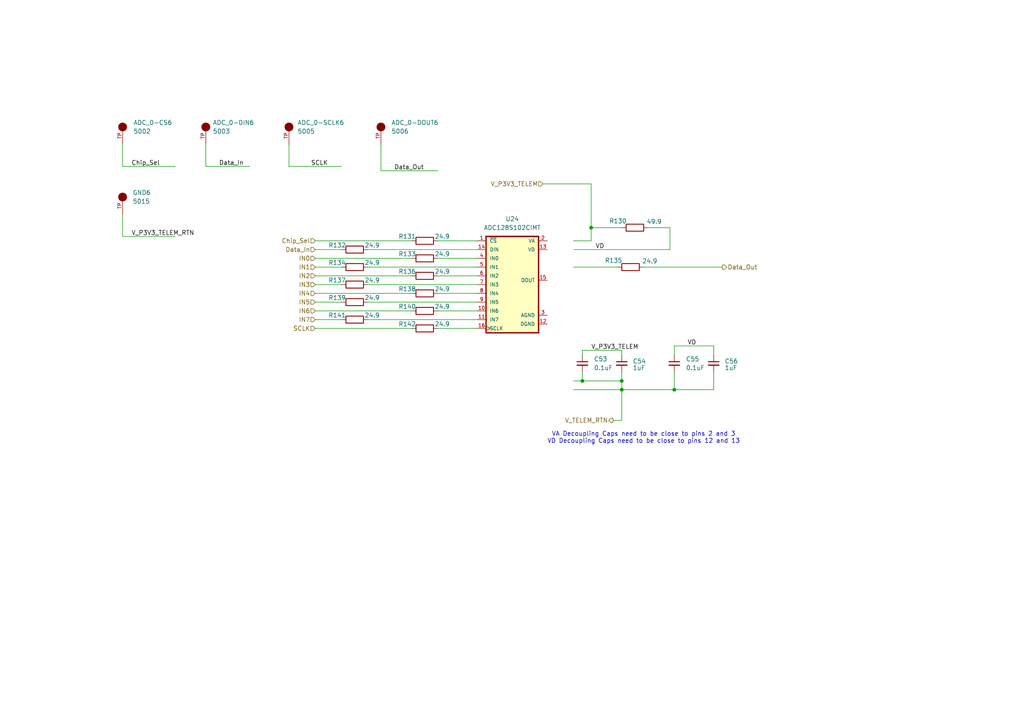
<source format=kicad_sch>
(kicad_sch (version 20250114) (generator "eeschema") (generator_version "9.0")
  (paper "A4")
  (lib_symbols
    (symbol "C_1" (pin_numbers (hide yes)) (pin_names (offset 0) (hide yes))
      (property "Reference" "C" (at 2.54 5.08 0))
      (symbol "C_1_0_1"
        (polyline (pts (xy 2.032 1.016) (xy 2.032 4.064)) (stroke (width 0.3048)))
        (polyline (pts (xy 3.048 1.016) (xy 3.048 4.064)) (stroke (width 0.3302)))
      )
      (symbol "C_1_1_1"
        (pin passive line (at 0 2.54 0) (length 2.032) (name "~") (number "1"))
        (pin passive line (at 5.08 2.54 180) (length 2.032) (name "~") (number "2"))
      )
    )
    (symbol "C_2" (pin_numbers (hide yes)) (pin_names (offset 0) (hide yes))
      (property "Reference" "C" (at 2.54 5.08 0))
      (symbol "C_2_0_1"
        (polyline (pts (xy 2.032 1.016) (xy 2.032 4.064)) (stroke (width 0.3048)))
        (polyline (pts (xy 3.048 1.016) (xy 3.048 4.064)) (stroke (width 0.3302)))
      )
      (symbol "C_2_1_1"
        (pin passive line (at 0 2.54 0) (length 2.032) (name "~") (number "1"))
        (pin passive line (at 5.08 2.54 180) (length 2.032) (name "~") (number "2"))
      )
    )
    (symbol "C_3" (pin_numbers (hide yes)) (pin_names (offset 0) (hide yes))
      (property "Reference" "C" (at 2.54 5.08 0))
      (symbol "C_3_0_1"
        (polyline (pts (xy 2.032 1.016) (xy 2.032 4.064)) (stroke (width 0.3048)))
        (polyline (pts (xy 3.048 1.016) (xy 3.048 4.064)) (stroke (width 0.3302)))
      )
      (symbol "C_3_1_1"
        (pin passive line (at 0 2.54 0) (length 2.032) (name "~") (number "1"))
        (pin passive line (at 5.08 2.54 180) (length 2.032) (name "~") (number "2"))
      )
    )
    (symbol "Keystone:5002" (pin_names (offset 1.016))
      (property "Reference" "TP" (at -2.5444 2.5415 0))
      (property "Value" "5002" (at -2.55 -5.0866 0))
      (symbol "5002_0_0"
        (circle (center 0 0) (radius 0.635) (stroke (width 1.27)))
        (pin passive line (at -5.08 0 0) (length 5.08) (name "~") (number "TP"))
      )
    )
    (symbol "Keystone:5003" (pin_names (offset 1.016))
      (property "Reference" "TP" (at -2.5444 2.5415 0))
      (property "Value" "5003" (at -2.55 -5.0866 0))
      (symbol "5003_0_0"
        (circle (center 0 0) (radius 0.635) (stroke (width 1.27)))
        (pin passive line (at -5.08 0 0) (length 5.08) (name "~") (number "TP"))
      )
    )
    (symbol "Keystone:5005" (pin_names (offset 1.016))
      (property "Reference" "TP" (at -2.5444 2.5415 0))
      (property "Value" "5005" (at -2.55 -5.0866 0))
      (symbol "5005_0_0"
        (circle (center 0 0) (radius 0.635) (stroke (width 1.27)))
        (pin passive line (at -5.08 0 0) (length 5.08) (name "~") (number "TP"))
      )
    )
    (symbol "Keystone:5006" (pin_names (offset 1.016))
      (property "Reference" "TP" (at -2.5444 2.5415 0))
      (property "Value" "5006" (at -2.55 -5.0866 0))
      (symbol "5006_0_0"
        (circle (center 0 0) (radius 0.635) (stroke (width 1.27)))
        (pin passive line (at -5.08 0 0) (length 5.08) (name "~") (number "TP"))
      )
    )
    (symbol "Keystone:5015" (pin_names (offset 1.016))
      (property "Reference" "TP" (at -2.5444 2.5415 0))
      (property "Value" "5015" (at -2.55 -5.0866 0))
      (symbol "5015_0_0"
        (circle (center 0 0) (radius 0.635) (stroke (width 1.27)))
        (pin passive line (at -5.08 0 0) (length 5.08) (name "~") (number "TP"))
      )
    )
    (symbol "Passive_Parts:C" (pin_numbers (hide yes)) (pin_names (offset 0) (hide yes))
      (property "Reference" "C" (at 2.54 5.08 0))
      (symbol "C_0_1"
        (polyline (pts (xy 2.032 1.016) (xy 2.032 4.064)) (stroke (width 0.3048)))
        (polyline (pts (xy 3.048 1.016) (xy 3.048 4.064)) (stroke (width 0.3302)))
      )
      (symbol "C_1_1"
        (pin passive line (at 0 2.54 0) (length 2.032) (name "~") (number "1"))
        (pin passive line (at 5.08 2.54 180) (length 2.032) (name "~") (number "2"))
      )
    )
    (symbol "Passive_Parts:R" (pin_numbers (hide yes)) (pin_names (offset 0) (hide yes))
      (property "Reference" "R" (at 2.54 5.08 0))
      (symbol "R_0_1"
        (rectangle (start 5.08 1.524) (end 0 3.556) (stroke (width 0.254)))
      )
      (symbol "R_1_1"
        (pin passive line (at -1.27 2.54 0) (length 1.27) (name "~") (number "1"))
        (pin passive line (at 6.35 2.54 180) (length 1.27) (name "~") (number "2"))
      )
    )
    (symbol "R_1" (pin_numbers (hide yes)) (pin_names (offset 0) (hide yes))
      (property "Reference" "R" (at 2.54 5.08 0))
      (symbol "R_1_0_1"
        (rectangle (start 5.08 1.524) (end 0 3.556) (stroke (width 0.254)))
      )
      (symbol "R_1_1_1"
        (pin passive line (at -1.27 2.54 0) (length 1.27) (name "~") (number "1"))
        (pin passive line (at 6.35 2.54 180) (length 1.27) (name "~") (number "2"))
      )
    )
    (symbol "R_10" (pin_numbers (hide yes)) (pin_names (offset 0) (hide yes))
      (property "Reference" "R" (at 2.54 5.08 0))
      (symbol "R_10_0_1"
        (rectangle (start 5.08 1.524) (end 0 3.556) (stroke (width 0.254)))
      )
      (symbol "R_10_1_1"
        (pin passive line (at -1.27 2.54 0) (length 1.27) (name "~") (number "1"))
        (pin passive line (at 6.35 2.54 180) (length 1.27) (name "~") (number "2"))
      )
    )
    (symbol "R_11" (pin_numbers (hide yes)) (pin_names (offset 0) (hide yes))
      (property "Reference" "R" (at 2.54 5.08 0))
      (symbol "R_11_0_1"
        (rectangle (start 5.08 1.524) (end 0 3.556) (stroke (width 0.254)))
      )
      (symbol "R_11_1_1"
        (pin passive line (at -1.27 2.54 0) (length 1.27) (name "~") (number "1"))
        (pin passive line (at 6.35 2.54 180) (length 1.27) (name "~") (number "2"))
      )
    )
    (symbol "R_12" (pin_numbers (hide yes)) (pin_names (offset 0) (hide yes))
      (property "Reference" "R" (at 2.54 5.08 0))
      (symbol "R_12_0_1"
        (rectangle (start 5.08 1.524) (end 0 3.556) (stroke (width 0.254)))
      )
      (symbol "R_12_1_1"
        (pin passive line (at -1.27 2.54 0) (length 1.27) (name "~") (number "1"))
        (pin passive line (at 6.35 2.54 180) (length 1.27) (name "~") (number "2"))
      )
    )
    (symbol "R_2" (pin_numbers (hide yes)) (pin_names (offset 0) (hide yes))
      (property "Reference" "R" (at 2.54 5.08 0))
      (symbol "R_2_0_1"
        (rectangle (start 5.08 1.524) (end 0 3.556) (stroke (width 0.254)))
      )
      (symbol "R_2_1_1"
        (pin passive line (at -1.27 2.54 0) (length 1.27) (name "~") (number "1"))
        (pin passive line (at 6.35 2.54 180) (length 1.27) (name "~") (number "2"))
      )
    )
    (symbol "R_3" (pin_numbers (hide yes)) (pin_names (offset 0) (hide yes))
      (property "Reference" "R" (at 2.54 5.08 0))
      (symbol "R_3_0_1"
        (rectangle (start 5.08 1.524) (end 0 3.556) (stroke (width 0.254)))
      )
      (symbol "R_3_1_1"
        (pin passive line (at -1.27 2.54 0) (length 1.27) (name "~") (number "1"))
        (pin passive line (at 6.35 2.54 180) (length 1.27) (name "~") (number "2"))
      )
    )
    (symbol "R_4" (pin_numbers (hide yes)) (pin_names (offset 0) (hide yes))
      (property "Reference" "R" (at 2.54 5.08 0))
      (symbol "R_4_0_1"
        (rectangle (start 5.08 1.524) (end 0 3.556) (stroke (width 0.254)))
      )
      (symbol "R_4_1_1"
        (pin passive line (at -1.27 2.54 0) (length 1.27) (name "~") (number "1"))
        (pin passive line (at 6.35 2.54 180) (length 1.27) (name "~") (number "2"))
      )
    )
    (symbol "R_5" (pin_numbers (hide yes)) (pin_names (offset 0) (hide yes))
      (property "Reference" "R" (at 2.54 5.08 0))
      (symbol "R_5_0_1"
        (rectangle (start 5.08 1.524) (end 0 3.556) (stroke (width 0.254)))
      )
      (symbol "R_5_1_1"
        (pin passive line (at -1.27 2.54 0) (length 1.27) (name "~") (number "1"))
        (pin passive line (at 6.35 2.54 180) (length 1.27) (name "~") (number "2"))
      )
    )
    (symbol "R_6" (pin_numbers (hide yes)) (pin_names (offset 0) (hide yes))
      (property "Reference" "R" (at 2.54 5.08 0))
      (symbol "R_6_0_1"
        (rectangle (start 5.08 1.524) (end 0 3.556) (stroke (width 0.254)))
      )
      (symbol "R_6_1_1"
        (pin passive line (at -1.27 2.54 0) (length 1.27) (name "~") (number "1"))
        (pin passive line (at 6.35 2.54 180) (length 1.27) (name "~") (number "2"))
      )
    )
    (symbol "R_7" (pin_numbers (hide yes)) (pin_names (offset 0) (hide yes))
      (property "Reference" "R" (at 2.54 5.08 0))
      (symbol "R_7_0_1"
        (rectangle (start 5.08 1.524) (end 0 3.556) (stroke (width 0.254)))
      )
      (symbol "R_7_1_1"
        (pin passive line (at -1.27 2.54 0) (length 1.27) (name "~") (number "1"))
        (pin passive line (at 6.35 2.54 180) (length 1.27) (name "~") (number "2"))
      )
    )
    (symbol "R_8" (pin_numbers (hide yes)) (pin_names (offset 0) (hide yes))
      (property "Reference" "R" (at 2.54 5.08 0))
      (symbol "R_8_0_1"
        (rectangle (start 5.08 1.524) (end 0 3.556) (stroke (width 0.254)))
      )
      (symbol "R_8_1_1"
        (pin passive line (at -1.27 2.54 0) (length 1.27) (name "~") (number "1"))
        (pin passive line (at 6.35 2.54 180) (length 1.27) (name "~") (number "2"))
      )
    )
    (symbol "R_9" (pin_numbers (hide yes)) (pin_names (offset 0) (hide yes))
      (property "Reference" "R" (at 2.54 5.08 0))
      (symbol "R_9_0_1"
        (rectangle (start 5.08 1.524) (end 0 3.556) (stroke (width 0.254)))
      )
      (symbol "R_9_1_1"
        (pin passive line (at -1.27 2.54 0) (length 1.27) (name "~") (number "1"))
        (pin passive line (at 6.35 2.54 180) (length 1.27) (name "~") (number "2"))
      )
    )
    (symbol "Texas_Instruments:ADC128S102CIMT" (pin_names (offset 1.016))
      (property "Reference" "U" (at 0 26.67 0))
      (property "Value" "ADC128S102CIMT" (at 0 -6.35 0))
      (symbol "ADC128S102CIMT_0_0"
        (rectangle (start -7.62 24.13) (end 7.62 -3.81) (stroke (width 0.41)) (fill (type background)))
        (pin input line (at -10.16 22.86 0) (length 2.54) (name "~{CS}") (number "1"))
        (pin input line (at -10.16 20.32 0) (length 2.54) (name "DIN") (number "14"))
        (pin input line (at -10.16 17.78 0) (length 2.54) (name "IN0") (number "4"))
        (pin input line (at -10.16 15.24 0) (length 2.54) (name "IN1") (number "5"))
        (pin input line (at -10.16 12.7 0) (length 2.54) (name "IN2") (number "6"))
        (pin input line (at -10.16 10.16 0) (length 2.54) (name "IN3") (number "7"))
        (pin input line (at -10.16 7.62 0) (length 2.54) (name "IN4") (number "8"))
        (pin input line (at -10.16 5.08 0) (length 2.54) (name "IN5") (number "9"))
        (pin input line (at -10.16 2.54 0) (length 2.54) (name "IN6") (number "10"))
        (pin input line (at -10.16 0 0) (length 2.54) (name "IN7") (number "11"))
        (pin input clock (at -10.16 -2.54 0) (length 2.54) (name "SCLK") (number "16"))
        (pin power_in line (at 10.16 22.86 180) (length 2.54) (name "VA") (number "2"))
        (pin power_in line (at 10.16 20.32 180) (length 2.54) (name "VD") (number "13"))
        (pin output line (at 10.16 11.43 180) (length 2.54) (name "DOUT") (number "15"))
        (pin power_in line (at 10.16 1.27 180) (length 2.54) (name "AGND") (number "3"))
        (pin power_in line (at 10.16 -1.27 180) (length 2.54) (name "DGND") (number "12"))
      )
    )
  )
  (text "VA Decoupling Caps need to be close to pins 2 and 3\nVD Decoupling Caps need to be close to pins 12 and 13" (at 186.69 127 0) (effects (font (size 1.27 1.27))))
  (junction (at 180.34 110.49))
  (junction (at 180.34 113.03))
  (junction (at 171.45 66.04))
  (junction (at 195.58 113.03))
  (junction (at 168.91 110.49))
  (wire (pts (xy 186.69 77.47) (xy 209.55 77.47)))
  (wire (pts (xy 106.68 72.39) (xy 138.43 72.39)))
  (wire (pts (xy 119.38 90.17) (xy 91.44 90.17)))
  (wire (pts (xy 138.43 85.09) (xy 127 85.09)))
  (wire (pts (xy 194.31 66.04) (xy 194.31 72.39)))
  (wire (pts (xy 171.45 66.04) (xy 180.34 66.04)))
  (wire (pts (xy 99.06 87.63) (xy 91.44 87.63)))
  (wire (pts (xy 168.91 107.95) (xy 168.91 110.49)))
  (wire (pts (xy 138.43 95.25) (xy 127 95.25)))
  (wire (pts (xy 110.49 41.91) (xy 110.49 49.53)))
  (wire (pts (xy 99.06 77.47) (xy 91.44 77.47)))
  (wire (pts (xy 127 69.85) (xy 138.43 69.85)))
  (wire (pts (xy 119.38 85.09) (xy 91.44 85.09)))
  (wire (pts (xy 119.38 74.93) (xy 91.44 74.93)))
  (wire (pts (xy 106.68 92.71) (xy 138.43 92.71)))
  (wire (pts (xy 99.06 82.55) (xy 91.44 82.55)))
  (wire (pts (xy 195.58 113.03) (xy 207.01 113.03)))
  (wire (pts (xy 166.37 77.47) (xy 179.07 77.47)))
  (wire (pts (xy 35.56 68.58) (xy 50.8 68.58)))
  (wire (pts (xy 207.01 107.95) (xy 207.01 113.03)))
  (wire (pts (xy 59.69 41.91) (xy 59.69 48.26)))
  (wire (pts (xy 171.45 69.85) (xy 171.45 66.04)))
  (wire (pts (xy 119.38 80.01) (xy 91.44 80.01)))
  (wire (pts (xy 194.31 72.39) (xy 166.37 72.39)))
  (wire (pts (xy 91.44 69.85) (xy 119.38 69.85)))
  (wire (pts (xy 180.34 101.6) (xy 180.34 102.87)))
  (wire (pts (xy 157.48 53.34) (xy 171.45 53.34)))
  (wire (pts (xy 180.34 110.49) (xy 180.34 113.03)))
  (wire (pts (xy 138.43 80.01) (xy 127 80.01)))
  (wire (pts (xy 195.58 100.33) (xy 207.01 100.33)))
  (wire (pts (xy 207.01 100.33) (xy 207.01 102.87)))
  (wire (pts (xy 119.38 95.25) (xy 91.44 95.25)))
  (wire (pts (xy 195.58 100.33) (xy 195.58 102.87)))
  (wire (pts (xy 110.49 49.53) (xy 127 49.53)))
  (wire (pts (xy 166.37 110.49) (xy 168.91 110.49)))
  (wire (pts (xy 106.68 82.55) (xy 138.43 82.55)))
  (wire (pts (xy 35.56 48.26) (xy 50.8 48.26)))
  (wire (pts (xy 35.56 41.91) (xy 35.56 48.26)))
  (wire (pts (xy 138.43 74.93) (xy 127 74.93)))
  (wire (pts (xy 83.82 41.91) (xy 83.82 48.26)))
  (wire (pts (xy 171.45 53.34) (xy 171.45 66.04)))
  (wire (pts (xy 180.34 113.03) (xy 195.58 113.03)))
  (wire (pts (xy 180.34 121.92) (xy 177.8 121.92)))
  (wire (pts (xy 99.06 92.71) (xy 91.44 92.71)))
  (wire (pts (xy 83.82 48.26) (xy 99.06 48.26)))
  (wire (pts (xy 106.68 77.47) (xy 138.43 77.47)))
  (wire (pts (xy 195.58 107.95) (xy 195.58 113.03)))
  (wire (pts (xy 187.96 66.04) (xy 194.31 66.04)))
  (wire (pts (xy 180.34 113.03) (xy 180.34 121.92)))
  (wire (pts (xy 168.91 110.49) (xy 180.34 110.49)))
  (wire (pts (xy 166.37 69.85) (xy 171.45 69.85)))
  (wire (pts (xy 168.91 101.6) (xy 180.34 101.6)))
  (wire (pts (xy 166.37 113.03) (xy 180.34 113.03)))
  (wire (pts (xy 168.91 102.87) (xy 168.91 101.6)))
  (wire (pts (xy 180.34 107.95) (xy 180.34 110.49)))
  (wire (pts (xy 59.69 48.26) (xy 72.39 48.26)))
  (wire (pts (xy 35.56 62.23) (xy 35.56 68.58)))
  (wire (pts (xy 99.06 72.39) (xy 91.44 72.39)))
  (wire (pts (xy 106.68 87.63) (xy 138.43 87.63)))
  (wire (pts (xy 138.43 90.17) (xy 127 90.17)))
  (label "V_P3V3_TELEM_RTN" (at 38.1 68.58 0))
  (label "VD" (at 172.72 72.39 0))
  (label "Data_In" (at 63.5 48.26 0))
  (label "Chip_Sel" (at 38.1 48.26 0))
  (label "SCLK" (at 90.17 48.26 0))
  (label "V_P3V3_TELEM" (at 171.45 101.6 0))
  (label "VD" (at 199.39 100.33 0))
  (label "Data_Out" (at 114.3 49.53 0))
  (hierarchical_label "IN2" (shape input) (at 91.44 80.01 180))
  (hierarchical_label "Data_Out" (shape output) (at 209.55 77.47 0))
  (hierarchical_label "IN3" (shape input) (at 91.44 82.55 180))
  (hierarchical_label "Data_In" (shape input) (at 91.44 72.39 180))
  (hierarchical_label "IN5" (shape input) (at 91.44 87.63 180))
  (hierarchical_label "IN6" (shape input) (at 91.44 90.17 180))
  (hierarchical_label "Chip_Sel" (shape input) (at 91.44 69.85 180))
  (hierarchical_label "IN4" (shape input) (at 91.44 85.09 180))
  (hierarchical_label "IN1" (shape input) (at 91.44 77.47 180))
  (hierarchical_label "IN7" (shape input) (at 91.44 92.71 180))
  (hierarchical_label "IN0" (shape input) (at 91.44 74.93 180))
  (hierarchical_label "V_TELEM_RTN" (shape output) (at 177.8 121.92 180))
  (hierarchical_label "SCLK" (shape input) (at 91.44 95.25 180))
  (hierarchical_label "V_P3V3_TELEM" (shape input) (at 157.48 53.34 180))
  (symbol (lib_name "R_8") (lib_id "Passive_Parts:R") (at 100.33 90.17 0) (unit 1)
    (property "Reference" "R18" (at 97.79 86.36 0))
    (property "Value" "24.9" (at 107.95 86.36 0))
    (property "Footprint" "MSAG_Misc:R_0402" (effects (hide yes)))
    (property "Datasheet" "https://www.seielect.com/catalog/sei-rmcf_rmcp.pdf" (effects (hide yes)))
    (property "Description" "RES 24.9 OHM 1% 1/10W 0603" (effects (hide yes)))
    (property "Manufacturer" "Stackpole Electronics Inc" (effects (hide yes)))
    (property "Man. Part Num" "RMCF0603FT24R9" (effects (hide yes)))
    (property "Distributor" "Digi-Key" (effects (hide yes)))
    (property "Dist. Part Num" "RMCF0603FT24R9CT-ND" (effects (hide yes)))
    (property "Part Type" "SMD" (effects (hide yes)))
    (property "Package" "0603" (effects (hide yes)))
    (instances (project "5_COMMS_TELEM_BRD" (path "" (reference "R139") (unit 1)) (path "" (reference "R126") (unit 1)) (path "" (reference "R152") (unit 1)) (path "" (reference "R18") (unit 1)) (path "" (reference "R31") (unit 1)) (path "" (reference "R113") (unit 1)) (path "" (reference "R100") (unit 1)) (path "" (reference "R178") (unit 1)) (path "" (reference "R165") (unit 1))))
  )
  (symbol (lib_name "R_4") (lib_id "Passive_Parts:R") (at 100.33 80.01 0) (unit 1)
    (property "Reference" "R13" (at 97.79 76.2 0))
    (property "Value" "24.9" (at 107.95 76.2 0))
    (property "Footprint" "MSAG_Misc:R_0402" (effects (hide yes)))
    (property "Datasheet" "https://www.seielect.com/catalog/sei-rmcf_rmcp.pdf" (effects (hide yes)))
    (property "Description" "RES 24.9 OHM 1% 1/10W 0603" (effects (hide yes)))
    (property "Manufacturer" "Stackpole Electronics Inc" (effects (hide yes)))
    (property "Man. Part Num" "RMCF0603FT24R9" (effects (hide yes)))
    (property "Distributor" "Digi-Key" (effects (hide yes)))
    (property "Dist. Part Num" "RMCF0603FT24R9CT-ND" (effects (hide yes)))
    (property "Part Type" "SMD" (effects (hide yes)))
    (property "Package" "0603" (effects (hide yes)))
    (instances (project "5_COMMS_TELEM_BRD" (path "" (reference "R134") (unit 1)) (path "" (reference "R121") (unit 1)) (path "" (reference "R147") (unit 1)) (path "" (reference "R13") (unit 1)) (path "" (reference "R26") (unit 1)) (path "" (reference "R108") (unit 1)) (path "" (reference "R95") (unit 1)) (path "" (reference "R173") (unit 1)) (path "" (reference "R160") (unit 1))))
  )
  (symbol (lib_name "R_2") (lib_id "Passive_Parts:R") (at 100.33 74.93 0) (unit 1)
    (property "Reference" "R11" (at 97.79 71.12 0))
    (property "Value" "24.9" (at 107.95 71.12 0))
    (property "Footprint" "MSAG_Misc:R_0402" (effects (hide yes)))
    (property "Datasheet" "https://www.seielect.com/catalog/sei-rmcf_rmcp.pdf" (effects (hide yes)))
    (property "Description" "RES 24.9 OHM 1% 1/10W 0603" (effects (hide yes)))
    (property "Manufacturer" "Stackpole Electronics Inc" (effects (hide yes)))
    (property "Man. Part Num" "RMCF0603FT24R9" (effects (hide yes)))
    (property "Distributor" "Digi-Key" (effects (hide yes)))
    (property "Dist. Part Num" "RMCF0603FT24R9CT-ND" (effects (hide yes)))
    (property "Part Type" "SMD" (effects (hide yes)))
    (property "Package" "0603" (effects (hide yes)))
    (instances (project "5_COMMS_TELEM_BRD" (path "" (reference "R132") (unit 1)) (path "" (reference "R119") (unit 1)) (path "" (reference "R145") (unit 1)) (path "" (reference "R11") (unit 1)) (path "" (reference "R24") (unit 1)) (path "" (reference "R106") (unit 1)) (path "" (reference "R93") (unit 1)) (path "" (reference "R171") (unit 1)) (path "" (reference "R158") (unit 1))))
  )
  (symbol (lib_name "R_3") (lib_id "Passive_Parts:R") (at 120.65 77.47 0) (unit 1)
    (property "Reference" "R12" (at 118.11 73.66 0))
    (property "Value" "24.9" (at 128.27 73.66 0))
    (property "Footprint" "MSAG_Misc:R_0402" (effects (hide yes)))
    (property "Datasheet" "https://www.seielect.com/catalog/sei-rmcf_rmcp.pdf" (effects (hide yes)))
    (property "Description" "RES 24.9 OHM 1% 1/10W 0603" (effects (hide yes)))
    (property "Manufacturer" "Stackpole Electronics Inc" (effects (hide yes)))
    (property "Man. Part Num" "RMCF0603FT24R9" (effects (hide yes)))
    (property "Distributor" "Digi-Key" (effects (hide yes)))
    (property "Dist. Part Num" "RMCF0603FT24R9CT-ND" (effects (hide yes)))
    (property "Part Type" "SMD" (effects (hide yes)))
    (property "Package" "0603" (effects (hide yes)))
    (instances (project "5_COMMS_TELEM_BRD" (path "" (reference "R133") (unit 1)) (path "" (reference "R120") (unit 1)) (path "" (reference "R146") (unit 1)) (path "" (reference "R12") (unit 1)) (path "" (reference "R25") (unit 1)) (path "" (reference "R107") (unit 1)) (path "" (reference "R94") (unit 1)) (path "" (reference "R172") (unit 1)) (path "" (reference "R159") (unit 1))))
  )
  (symbol (lib_name "C_3") (lib_id "Passive_Parts:C") (at 193.04 102.87 270) (unit 1)
    (property "Reference" "C7" (at 198.9218 104.1462 90) (effects (justify left)))
    (property "Value" "0.1uF" (at 198.9218 106.6862 90) (effects (justify left)))
    (property "Footprint" "Capacitor_SMD:C_0402_1005Metric" (effects (hide yes)))
    (property "Datasheet" "https://mm.digikey.com/Volume0/opasdata/d220001/medias/docus/3584/CL10B105KP8NNNC_Spec.pdf" (effects (hide yes)))
    (property "Description" "CAP CER 0.1UF 25V X7R 0402" (effects (hide yes)))
    (property "Manufacturer" "Samsung Electro-Mechanics" (effects (hide yes)))
    (property "Man. Part Num" "CL05B104KA5NNNC" (effects (hide yes)))
    (property "Distributor" "Digi-Key" (effects (hide yes)))
    (property "Dist. Part Num" "1276-6720-1-ND" (effects (hide yes)))
    (property "Package" "0402" (effects (hide yes)))
    (property "Part Type" "SMD" (effects (hide yes)))
    (instances (project "5_COMMS_TELEM_BRD" (path "" (reference "C55") (unit 1)) (path "" (reference "C51") (unit 1)) (path "" (reference "C59") (unit 1)) (path "" (reference "C7") (unit 1)) (path "" (reference "C11") (unit 1)) (path "" (reference "C47") (unit 1)) (path "" (reference "C43") (unit 1)) (path "" (reference "C73") (unit 1)) (path "" (reference "C63") (unit 1))))
  )
  (symbol (lib_id "Passive_Parts:R") (at 180.34 80.01 0) (unit 1)
    (property "Reference" "R14" (at 177.9603 75.546 0))
    (property "Value" "24.9" (at 188.4719 75.7172 0))
    (property "Footprint" "MSAG_Misc:R_0402" (effects (hide yes)))
    (property "Datasheet" "https://www.seielect.com/catalog/sei-rmcf_rmcp.pdf" (effects (hide yes)))
    (property "Description" "RES 24.9 OHM 1% 1/10W 0603" (effects (hide yes)))
    (property "Manufacturer" "Stackpole Electronics Inc" (effects (hide yes)))
    (property "Man. Part Num" "RMCF0603FT24R9" (effects (hide yes)))
    (property "Distributor" "Digi-Key" (effects (hide yes)))
    (property "Dist. Part Num" "RMCF0603FT24R9CT-ND" (effects (hide yes)))
    (property "Part Type" "SMD" (effects (hide yes)))
    (property "Package" "0603" (effects (hide yes)))
    (instances (project "5_COMMS_TELEM_BRD" (path "" (reference "R135") (unit 1)) (path "" (reference "R122") (unit 1)) (path "" (reference "R148") (unit 1)) (path "" (reference "R14") (unit 1)) (path "" (reference "R27") (unit 1)) (path "" (reference "R109") (unit 1)) (path "" (reference "R96") (unit 1)) (path "" (reference "R174") (unit 1)) (path "" (reference "R161") (unit 1))))
  )
  (symbol (lib_id "Texas_Instruments:ADC128S102CIMT") (at 148.59 92.71 0) (unit 1)
    (property "Reference" "U5" (at 148.59 63.5 0))
    (property "Value" "ADC128S102CIMT" (at 148.59 66.04 0))
    (property "Footprint" "Texas Instruments:ADC128S102CIMTXNOPB" (effects (hide yes)))
    (property "Datasheet" "https://www.ti.com/general/docs/suppproductinfo.tsp?distId=10&gotoUrl=https%3A%2F%2Fwww.ti.com%2Flit%2Fgpn%2Fadc128s102" (effects (hide yes)))
    (property "Description" "12 Bit Analog to Digital Converter 8 Input 1 SAR 16-TSSOP" (effects (hide yes)))
    (property "Manufacturer" "Texas Instruments" (effects (hide yes)))
    (property "Description_1" "\n                        \n                            Eight-channel, 50-kSPS to 1-MSPS, 12-bit analog-to-digital converter (ADC)\n                        \n" (effects (hide yes)))
    (property "Package" "16TSSOP" (effects (hide yes)))
    (property "Price" "None" (effects (hide yes)))
    (property "SnapEDA_Link" "https://www.snapeda.com/parts/ADC128S102CIMTX/NOPB/Texas+Instruments/view-part/?ref=snap" (effects (hide yes)))
    (property "Man. Part Num" "ADC128S102CIMTX/NOPB" (effects (hide yes)))
    (property "Availability" "In Stock" (effects (hide yes)))
    (property "Check_prices" "https://www.snapeda.com/parts/ADC128S102CIMTX/NOPB/Texas+Instruments/view-part/?ref=eda" (effects (hide yes)))
    (property "Distributor" "Digi-Key" (effects (hide yes)))
    (property "Dist. Part Num" "296-41184-1-ND" (effects (hide yes)))
    (property "Part Type" "SMD" (effects (hide yes)))
    (instances (project "" (path "" (reference "U24") (unit 1)) (path "" (reference "U23") (unit 1)) (path "" (reference "U25") (unit 1)) (path "" (reference "U5") (unit 1)) (path "" (reference "U6") (unit 1)) (path "" (reference "U22") (unit 1)) (path "" (reference "U21") (unit 1)) (path "" (reference "U28") (unit 1)) (path "" (reference "U26") (unit 1))))
  )
  (symbol (lib_name "R_10") (lib_id "Passive_Parts:R") (at 100.33 95.25 0) (unit 1)
    (property "Reference" "R20" (at 97.79 91.44 0))
    (property "Value" "24.9" (at 107.95 91.44 0))
    (property "Footprint" "MSAG_Misc:R_0402" (effects (hide yes)))
    (property "Datasheet" "https://www.seielect.com/catalog/sei-rmcf_rmcp.pdf" (effects (hide yes)))
    (property "Description" "RES 24.9 OHM 1% 1/10W 0603" (effects (hide yes)))
    (property "Manufacturer" "Stackpole Electronics Inc" (effects (hide yes)))
    (property "Man. Part Num" "RMCF0603FT24R9" (effects (hide yes)))
    (property "Distributor" "Digi-Key" (effects (hide yes)))
    (property "Dist. Part Num" "RMCF0603FT24R9CT-ND" (effects (hide yes)))
    (property "Part Type" "SMD" (effects (hide yes)))
    (property "Package" "0603" (effects (hide yes)))
    (instances (project "5_COMMS_TELEM_BRD" (path "" (reference "R141") (unit 1)) (path "" (reference "R128") (unit 1)) (path "" (reference "R154") (unit 1)) (path "" (reference "R20") (unit 1)) (path "" (reference "R33") (unit 1)) (path "" (reference "R115") (unit 1)) (path "" (reference "R102") (unit 1)) (path "" (reference "R180") (unit 1)) (path "" (reference "R167") (unit 1))))
  )
  (symbol (lib_name "R_11") (lib_id "Passive_Parts:R") (at 120.65 97.79 0) (unit 1)
    (property "Reference" "R21" (at 118.11 93.98 0))
    (property "Value" "24.9" (at 128.27 93.98 0))
    (property "Footprint" "MSAG_Misc:R_0402" (effects (hide yes)))
    (property "Datasheet" "https://www.seielect.com/catalog/sei-rmcf_rmcp.pdf" (effects (hide yes)))
    (property "Description" "RES 24.9 OHM 1% 1/10W 0603" (effects (hide yes)))
    (property "Manufacturer" "Stackpole Electronics Inc" (effects (hide yes)))
    (property "Man. Part Num" "RMCF0603FT24R9" (effects (hide yes)))
    (property "Distributor" "Digi-Key" (effects (hide yes)))
    (property "Dist. Part Num" "RMCF0603FT24R9CT-ND" (effects (hide yes)))
    (property "Part Type" "SMD" (effects (hide yes)))
    (property "Package" "0603" (effects (hide yes)))
    (instances (project "5_COMMS_TELEM_BRD" (path "" (reference "R142") (unit 1)) (path "" (reference "R129") (unit 1)) (path "" (reference "R155") (unit 1)) (path "" (reference "R21") (unit 1)) (path "" (reference "R34") (unit 1)) (path "" (reference "R116") (unit 1)) (path "" (reference "R103") (unit 1)) (path "" (reference "R181") (unit 1)) (path "" (reference "R168") (unit 1))))
  )
  (symbol (lib_name "C_1") (lib_id "Passive_Parts:C") (at 166.37 102.87 270) (unit 1)
    (property "Reference" "C5" (at 172.2518 104.1462 90) (effects (justify left)))
    (property "Value" "0.1uF" (at 172.2518 106.6862 90) (effects (justify left)))
    (property "Footprint" "Capacitor_SMD:C_0402_1005Metric" (effects (hide yes)))
    (property "Datasheet" "https://mm.digikey.com/Volume0/opasdata/d220001/medias/docus/3584/CL10B105KP8NNNC_Spec.pdf" (effects (hide yes)))
    (property "Description" "CAP CER 0.1UF 25V X7R 0402" (effects (hide yes)))
    (property "Manufacturer" "Samsung Electro-Mechanics" (effects (hide yes)))
    (property "Man. Part Num" "CL05B104KA5NNNC" (effects (hide yes)))
    (property "Distributor" "Digi-Key" (effects (hide yes)))
    (property "Dist. Part Num" "1276-6720-1-ND" (effects (hide yes)))
    (property "Package" "0402" (effects (hide yes)))
    (property "Part Type" "SMD" (effects (hide yes)))
    (instances (project "5_COMMS_TELEM_BRD" (path "" (reference "C53") (unit 1)) (path "" (reference "C49") (unit 1)) (path "" (reference "C57") (unit 1)) (path "" (reference "C5") (unit 1)) (path "" (reference "C9") (unit 1)) (path "" (reference "C45") (unit 1)) (path "" (reference "C41") (unit 1)) (path "" (reference "C71") (unit 1)) (path "" (reference "C61") (unit 1))))
  )
  (symbol (lib_name "C_2") (lib_id "Passive_Parts:C") (at 177.8 102.87 270) (unit 1)
    (property "Reference" "C6" (at 183.502 104.7812 90) (effects (justify left)))
    (property "Value" "1uF" (at 183.502 106.6863 90) (effects (justify left)))
    (property "Footprint" "Capacitor_SMD:C_0402_1005Metric" (effects (hide yes)))
    (property "Datasheet" "https://mm.digikey.com/Volume0/opasdata/d220001/medias/docus/41/CL05B105KQ5NQNC_Spec.pdf" (effects (hide yes)))
    (property "Description" "CAP CER 1UF 6.3V X7R 0402" (effects (hide yes)))
    (property "Manufacturer" "Samsung Electro-Mechanics" (effects (hide yes)))
    (property "Man. Part Num" "CL05B105KQ5NQNC" (effects (hide yes)))
    (property "Distributor" "Digi-Key" (effects (hide yes)))
    (property "Dist. Part Num" "1276-1513-1-ND" (effects (hide yes)))
    (property "Package" "0603" (effects (hide yes)))
    (property "Part Type" "SMD" (effects (hide yes)))
    (instances (project "5_COMMS_TELEM_BRD" (path "" (reference "C54") (unit 1)) (path "" (reference "C50") (unit 1)) (path "" (reference "C58") (unit 1)) (path "" (reference "C6") (unit 1)) (path "" (reference "C10") (unit 1)) (path "" (reference "C46") (unit 1)) (path "" (reference "C42") (unit 1)) (path "" (reference "C72") (unit 1)) (path "" (reference "C62") (unit 1))))
  )
  (symbol (lib_name "R_7") (lib_id "Passive_Parts:R") (at 120.65 87.63 0) (unit 1)
    (property "Reference" "R17" (at 118.11 83.82 0))
    (property "Value" "24.9" (at 128.27 83.82 0))
    (property "Footprint" "MSAG_Misc:R_0402" (effects (hide yes)))
    (property "Datasheet" "https://www.seielect.com/catalog/sei-rmcf_rmcp.pdf" (effects (hide yes)))
    (property "Description" "RES 24.9 OHM 1% 1/10W 0603" (effects (hide yes)))
    (property "Manufacturer" "Stackpole Electronics Inc" (effects (hide yes)))
    (property "Man. Part Num" "RMCF0603FT24R9" (effects (hide yes)))
    (property "Distributor" "Digi-Key" (effects (hide yes)))
    (property "Dist. Part Num" "RMCF0603FT24R9CT-ND" (effects (hide yes)))
    (property "Part Type" "SMD" (effects (hide yes)))
    (property "Package" "0603" (effects (hide yes)))
    (instances (project "5_COMMS_TELEM_BRD" (path "" (reference "R138") (unit 1)) (path "" (reference "R125") (unit 1)) (path "" (reference "R151") (unit 1)) (path "" (reference "R17") (unit 1)) (path "" (reference "R30") (unit 1)) (path "" (reference "R112") (unit 1)) (path "" (reference "R99") (unit 1)) (path "" (reference "R177") (unit 1)) (path "" (reference "R164") (unit 1))))
  )
  (symbol (lib_id "Keystone:5005") (at 83.82 36.83 90) (unit 1)
    (property "Reference" "ADC_0-SCLK1" (at 86.2696 35.5599 90) (effects (justify right)))
    (property "Value" "5005" (at 86.2696 38.0999 90) (effects (justify right)))
    (property "Footprint" "Keystone:KEYSTONE_5005" (effects (hide yes)))
    (property "Datasheet" "https://www.keyelco.com/userAssets/file/M65p56.pdf" (effects (hide yes)))
    (property "Description" "PC TEST POINT COMPACT RED" (effects (hide yes)))
    (property "PARTREV" "F" (effects (hide yes)))
    (property "STANDARD" "Manufacturer Recommendations" (effects (hide yes)))
    (property "SNAPEDA_PN" "5006" (effects (hide yes)))
    (property "MAXIMUM_PACKAGE_HEIGHT" "5.59 mm" (effects (hide yes)))
    (property "Manufacturer" "Keystone Electronics" (effects (hide yes)))
    (property "Man. Part Num" "5005" (effects (hide yes)))
    (property "Distributor" "Digi-Key" (effects (hide yes)))
    (property "Dist. Part Num" "36-5005-ND" (effects (hide yes)))
    (property "Part Type" "Through Hole" (effects (hide yes)))
    (instances (project "5_COMMS_TELEM_BRD" (path "" (reference "ADC_0-SCLK6") (unit 1)) (path "" (reference "ADC_0-SCLK5") (unit 1)) (path "" (reference "ADC_0-SCLK7") (unit 1)) (path "" (reference "ADC_0-SCLK1") (unit 1)) (path "" (reference "ADC_0-SCLK2") (unit 1)) (path "" (reference "ADC_0-SCLK4") (unit 1)) (path "" (reference "ADC_0-SCLK3") (unit 1)) (path "" (reference "ADC_0-SCLK9") (unit 1)) (path "" (reference "ADC_0-SCLK8") (unit 1))))
  )
  (symbol (lib_name "R_9") (lib_id "Passive_Parts:R") (at 120.65 92.71 0) (unit 1)
    (property "Reference" "R19" (at 118.11 88.9 0))
    (property "Value" "24.9" (at 128.27 88.9 0))
    (property "Footprint" "MSAG_Misc:R_0402" (effects (hide yes)))
    (property "Datasheet" "https://www.seielect.com/catalog/sei-rmcf_rmcp.pdf" (effects (hide yes)))
    (property "Description" "RES 24.9 OHM 1% 1/10W 0603" (effects (hide yes)))
    (property "Manufacturer" "Stackpole Electronics Inc" (effects (hide yes)))
    (property "Man. Part Num" "RMCF0603FT24R9" (effects (hide yes)))
    (property "Distributor" "Digi-Key" (effects (hide yes)))
    (property "Dist. Part Num" "RMCF0603FT24R9CT-ND" (effects (hide yes)))
    (property "Part Type" "SMD" (effects (hide yes)))
    (property "Package" "0603" (effects (hide yes)))
    (instances (project "5_COMMS_TELEM_BRD" (path "" (reference "R140") (unit 1)) (path "" (reference "R127") (unit 1)) (path "" (reference "R153") (unit 1)) (path "" (reference "R19") (unit 1)) (path "" (reference "R32") (unit 1)) (path "" (reference "R114") (unit 1)) (path "" (reference "R101") (unit 1)) (path "" (reference "R179") (unit 1)) (path "" (reference "R166") (unit 1))))
  )
  (symbol (lib_name "R_5") (lib_id "Passive_Parts:R") (at 120.65 82.55 0) (unit 1)
    (property "Reference" "R15" (at 118.11 78.74 0))
    (property "Value" "24.9" (at 128.27 78.74 0))
    (property "Footprint" "MSAG_Misc:R_0402" (effects (hide yes)))
    (property "Datasheet" "https://www.seielect.com/catalog/sei-rmcf_rmcp.pdf" (effects (hide yes)))
    (property "Description" "RES 24.9 OHM 1% 1/10W 0603" (effects (hide yes)))
    (property "Manufacturer" "Stackpole Electronics Inc" (effects (hide yes)))
    (property "Man. Part Num" "RMCF0603FT24R9" (effects (hide yes)))
    (property "Distributor" "Digi-Key" (effects (hide yes)))
    (property "Dist. Part Num" "RMCF0603FT24R9CT-ND" (effects (hide yes)))
    (property "Part Type" "SMD" (effects (hide yes)))
    (property "Package" "0603" (effects (hide yes)))
    (instances (project "5_COMMS_TELEM_BRD" (path "" (reference "R136") (unit 1)) (path "" (reference "R123") (unit 1)) (path "" (reference "R149") (unit 1)) (path "" (reference "R15") (unit 1)) (path "" (reference "R28") (unit 1)) (path "" (reference "R110") (unit 1)) (path "" (reference "R97") (unit 1)) (path "" (reference "R175") (unit 1)) (path "" (reference "R162") (unit 1))))
  )
  (symbol (lib_id "Passive_Parts:C") (at 204.47 102.87 270) (unit 1)
    (property "Reference" "C8" (at 210.172 104.7812 90) (effects (justify left)))
    (property "Value" "1uF" (at 210.172 106.6863 90) (effects (justify left)))
    (property "Footprint" "Capacitor_SMD:C_0402_1005Metric" (effects (hide yes)))
    (property "Datasheet" "https://mm.digikey.com/Volume0/opasdata/d220001/medias/docus/41/CL05B105KQ5NQNC_Spec.pdf" (effects (hide yes)))
    (property "Description" "CAP CER 1UF 6.3V X7R 0402" (effects (hide yes)))
    (property "Manufacturer" "Samsung Electro-Mechanics" (effects (hide yes)))
    (property "Man. Part Num" "CL05B105KQ5NQNC" (effects (hide yes)))
    (property "Distributor" "Digi-Key" (effects (hide yes)))
    (property "Dist. Part Num" "1276-1513-1-ND" (effects (hide yes)))
    (property "Package" "0603" (effects (hide yes)))
    (property "Part Type" "SMD" (effects (hide yes)))
    (instances (project "5_COMMS_TELEM_BRD" (path "" (reference "C56") (unit 1)) (path "" (reference "C52") (unit 1)) (path "" (reference "C60") (unit 1)) (path "" (reference "C8") (unit 1)) (path "" (reference "C12") (unit 1)) (path "" (reference "C48") (unit 1)) (path "" (reference "C44") (unit 1)) (path "" (reference "C74") (unit 1)) (path "" (reference "C64") (unit 1))))
  )
  (symbol (lib_name "R_6") (lib_id "Passive_Parts:R") (at 100.33 85.09 0) (unit 1)
    (property "Reference" "R16" (at 97.79 81.28 0))
    (property "Value" "24.9" (at 107.95 81.28 0))
    (property "Footprint" "MSAG_Misc:R_0402" (effects (hide yes)))
    (property "Datasheet" "https://www.seielect.com/catalog/sei-rmcf_rmcp.pdf" (effects (hide yes)))
    (property "Description" "RES 24.9 OHM 1% 1/10W 0603" (effects (hide yes)))
    (property "Manufacturer" "Stackpole Electronics Inc" (effects (hide yes)))
    (property "Man. Part Num" "RMCF0603FT24R9" (effects (hide yes)))
    (property "Distributor" "Digi-Key" (effects (hide yes)))
    (property "Dist. Part Num" "RMCF0603FT24R9CT-ND" (effects (hide yes)))
    (property "Part Type" "SMD" (effects (hide yes)))
    (property "Package" "0603" (effects (hide yes)))
    (instances (project "5_COMMS_TELEM_BRD" (path "" (reference "R137") (unit 1)) (path "" (reference "R124") (unit 1)) (path "" (reference "R150") (unit 1)) (path "" (reference "R16") (unit 1)) (path "" (reference "R29") (unit 1)) (path "" (reference "R111") (unit 1)) (path "" (reference "R98") (unit 1)) (path "" (reference "R176") (unit 1)) (path "" (reference "R163") (unit 1))))
  )
  (symbol (lib_id "Keystone:5006") (at 110.49 36.83 90) (unit 1)
    (property "Reference" "ADC_0-DOUT1" (at 113.4932 35.5599 90) (effects (justify right)))
    (property "Value" "5006" (at 113.4932 38.0999 90) (effects (justify right)))
    (property "Footprint" "Keystone:KEYSTONE_5006" (effects (hide yes)))
    (property "Datasheet" "https://www.keyelco.com/userAssets/file/M65p56.pdf" (effects (hide yes)))
    (property "Description" "PC TEST POINT COMPACT BLACK" (effects (hide yes)))
    (property "PARTREV" "F" (effects (hide yes)))
    (property "STANDARD" "Manufacturer Recommendations" (effects (hide yes)))
    (property "SNAPEDA_PN" "5006" (effects (hide yes)))
    (property "MAXIMUM_PACKAGE_HEIGHT" "5.59 mm" (effects (hide yes)))
    (property "Manufacturer" "Keystone Electronics" (effects (hide yes)))
    (property "Man. Part Num" "5006" (effects (hide yes)))
    (property "Distributor" "Digi-Key" (effects (hide yes)))
    (property "Dist. Part Num" "36-5006-ND" (effects (hide yes)))
    (property "Part Type" "Through Hole" (effects (hide yes)))
    (instances (project "5_COMMS_TELEM_BRD" (path "" (reference "ADC_0-DOUT6") (unit 1)) (path "" (reference "ADC_0-DOUT5") (unit 1)) (path "" (reference "ADC_0-DOUT7") (unit 1)) (path "" (reference "ADC_0-DOUT1") (unit 1)) (path "" (reference "ADC_0-DOUT2") (unit 1)) (path "" (reference "ADC_0-DOUT4") (unit 1)) (path "" (reference "ADC_0-DOUT3") (unit 1)) (path "" (reference "ADC_0-DOUT9") (unit 1)) (path "" (reference "ADC_0-DOUT8") (unit 1))))
  )
  (symbol (lib_name "R_12") (lib_id "Passive_Parts:R") (at 181.61 68.58 0) (unit 1)
    (property "Reference" "R9" (at 179.2303 64.116 0))
    (property "Value" "49.9" (at 189.7419 64.2872 0))
    (property "Footprint" "Resistor_SMD:R_0603_1608Metric" (effects (hide yes)))
    (property "Datasheet" "https://industrial.panasonic.com/cdbs/www-data/pdf/RDM0000/AOA0000C307.pdf" (effects (hide yes)))
    (property "Description" "RES SMD 49.9 OHM 0.1% 1/10W 0603" (effects (hide yes)))
    (property "Manufacturer" "Panasonic Electronic Components" (effects (hide yes)))
    (property "Man. Part Num" "ERA-3AEB49R9V" (effects (hide yes)))
    (property "Distributor" "Digi-Key" (effects (hide yes)))
    (property "Dist. Part Num" "P49.9DBCT-ND" (effects (hide yes)))
    (property "Part Type" "SMD" (effects (hide yes)))
    (property "Package" "0603" (effects (hide yes)))
    (instances (project "5_COMMS_TELEM_BRD" (path "" (reference "R130") (unit 1)) (path "" (reference "R117") (unit 1)) (path "" (reference "R143") (unit 1)) (path "" (reference "R9") (unit 1)) (path "" (reference "R22") (unit 1)) (path "" (reference "R104") (unit 1)) (path "" (reference "R91") (unit 1)) (path "" (reference "R169") (unit 1)) (path "" (reference "R156") (unit 1))))
  )
  (symbol (lib_id "Keystone:5003") (at 59.69 36.83 90) (unit 1)
    (property "Reference" "ADC_0-DIN1" (at 61.6993 35.5599 90) (effects (justify right)))
    (property "Value" "5003" (at 61.6993 38.0999 90) (effects (justify right)))
    (property "Footprint" "Keystone:KEYSTONE_5003" (effects (hide yes)))
    (property "Datasheet" "https://www.keyelco.com/userAssets/file/M65p56.pdf" (effects (hide yes)))
    (property "Description" "PC TEST POINT MINIATURE ORANGE" (effects (hide yes)))
    (property "PARTREV" "H" (effects (hide yes)))
    (property "STANDARD" "Manufacturer Recommendations" (effects (hide yes)))
    (property "SNAPEDA_PN" "5000" (effects (hide yes)))
    (property "MAXIMUM_PACKAGE_HEIGHT" "4.57 mm" (effects (hide yes)))
    (property "Manufacturer" "Keystone" (effects (hide yes)))
    (property "Man. Part Num" "5003" (effects (hide yes)))
    (property "Distributor" "Digi-Key" (effects (hide yes)))
    (property "Dist. Part Num" "36-5003-ND" (effects (hide yes)))
    (property "Part Type" "Through Hole" (effects (hide yes)))
    (instances (project "5_COMMS_TELEM_BRD" (path "" (reference "ADC_0-DIN6") (unit 1)) (path "" (reference "ADC_0-DIN5") (unit 1)) (path "" (reference "ADC_0-DIN7") (unit 1)) (path "" (reference "ADC_0-DIN1") (unit 1)) (path "" (reference "ADC_0-DIN2") (unit 1)) (path "" (reference "ADC_0-DIN4") (unit 1)) (path "" (reference "ADC_0-DIN3") (unit 1)) (path "" (reference "ADC_0-DIN9") (unit 1)) (path "" (reference "ADC_0-DIN8") (unit 1))))
  )
  (symbol (lib_name "R_1") (lib_id "Passive_Parts:R") (at 125.73 72.39 0) (mirror y) (unit 1)
    (property "Reference" "R10" (at 118.11 68.58 0))
    (property "Value" "24.9" (at 128.27 68.58 0))
    (property "Footprint" "MSAG_Misc:R_0402" (effects (hide yes)))
    (property "Datasheet" "https://www.seielect.com/catalog/sei-rmcf_rmcp.pdf" (effects (hide yes)))
    (property "Description" "RES 24.9 OHM 1% 1/10W 0603" (effects (hide yes)))
    (property "Manufacturer" "Stackpole Electronics Inc" (effects (hide yes)))
    (property "Man. Part Num" "RMCF0603FT24R9" (effects (hide yes)))
    (property "Distributor" "Digi-Key" (effects (hide yes)))
    (property "Dist. Part Num" "RMCF0603FT24R9CT-ND" (effects (hide yes)))
    (property "Part Type" "SMD" (effects (hide yes)))
    (property "Package" "0603" (effects (hide yes)))
    (instances (project "5_COMMS_TELEM_BRD" (path "" (reference "R131") (unit 1)) (path "" (reference "R118") (unit 1)) (path "" (reference "R144") (unit 1)) (path "" (reference "R10") (unit 1)) (path "" (reference "R23") (unit 1)) (path "" (reference "R105") (unit 1)) (path "" (reference "R92") (unit 1)) (path "" (reference "R170") (unit 1)) (path "" (reference "R157") (unit 1))))
  )
  (symbol (lib_id "Keystone:5002") (at 35.56 36.83 90) (unit 1)
    (property "Reference" "ADC_0-CS1" (at 38.6698 35.5599 90) (effects (justify right)))
    (property "Value" "5002" (at 38.6698 38.0999 90) (effects (justify right)))
    (property "Footprint" "Keystone:KEYSTONE_5002" (effects (hide yes)))
    (property "Datasheet" "https://www.keyelco.com/userAssets/file/M65p56.pdf" (effects (hide yes)))
    (property "Description" "PC TEST POINT MINIATURE WHITE" (effects (hide yes)))
    (property "PARTREV" "H" (effects (hide yes)))
    (property "STANDARD" "Manufacturer Recommendations" (effects (hide yes)))
    (property "SNAPEDA_PN" "5000" (effects (hide yes)))
    (property "MAXIMUM_PACKAGE_HEIGHT" "4.57 mm" (effects (hide yes)))
    (property "Manufacturer" "Keystone" (effects (hide yes)))
    (property "Man. Part Num" "5002" (effects (hide yes)))
    (property "Distributor" "Digi-Key" (effects (hide yes)))
    (property "Dist. Part Num" "36-5002-ND" (effects (hide yes)))
    (property "Part Type" "Through Hole" (effects (hide yes)))
    (instances (project "5_COMMS_TELEM_BRD" (path "" (reference "ADC_0-CS6") (unit 1)) (path "" (reference "ADC_0-CS5") (unit 1)) (path "" (reference "ADC_0-CS7") (unit 1)) (path "" (reference "ADC_0-CS1") (unit 1)) (path "" (reference "ADC_0-CS2") (unit 1)) (path "" (reference "ADC_0-CS4") (unit 1)) (path "" (reference "ADC_0-CS3") (unit 1)) (path "" (reference "ADC_0-CS9") (unit 1)) (path "" (reference "ADC_0-CS8") (unit 1))))
  )
  (symbol (lib_id "Keystone:5015") (at 35.56 57.15 90) (unit 1)
    (property "Reference" "GND1" (at 38.458 55.8799 90) (effects (justify right)))
    (property "Value" "5015" (at 38.458 58.4199 90) (effects (justify right)))
    (property "Footprint" "Keystone:KEYSTONE_5015" (effects (hide yes)))
    (property "Datasheet" "https://www.keyelco.com/userAssets/file/M65p55.pdf" (effects (hide yes)))
    (property "Description" "PC TEST POINT MINIATURE" (effects (hide yes)))
    (property "PARTREV" "F" (effects (hide yes)))
    (property "Manufacturer" "Keystone Electronics" (effects (hide yes)))
    (property "SNAPEDA_PN" "5015" (effects (hide yes)))
    (property "MAXIMUM_PACKAGE_HEIGHT" "1.52 mm" (effects (hide yes)))
    (property "STANDARD" "Manufacturer Recommendations" (effects (hide yes)))
    (property "Man. Part Num" "5015" (effects (hide yes)))
    (property "Distributor" "Digi-Key" (effects (hide yes)))
    (property "Dist. Part Num" "36-5015CT-ND" (effects (hide yes)))
    (property "Part Type" "SMD" (effects (hide yes)))
    (instances (project "5_COMMS_TELEM_BRD" (path "" (reference "GND6") (unit 1)) (path "" (reference "GND5") (unit 1)) (path "" (reference "GND7") (unit 1)) (path "" (reference "GND1") (unit 1)) (path "" (reference "GND2") (unit 1)) (path "" (reference "GND4") (unit 1)) (path "" (reference "GND3") (unit 1)) (path "" (reference "GND9") (unit 1)) (path "" (reference "GND8") (unit 1))))
  )
)
</source>
